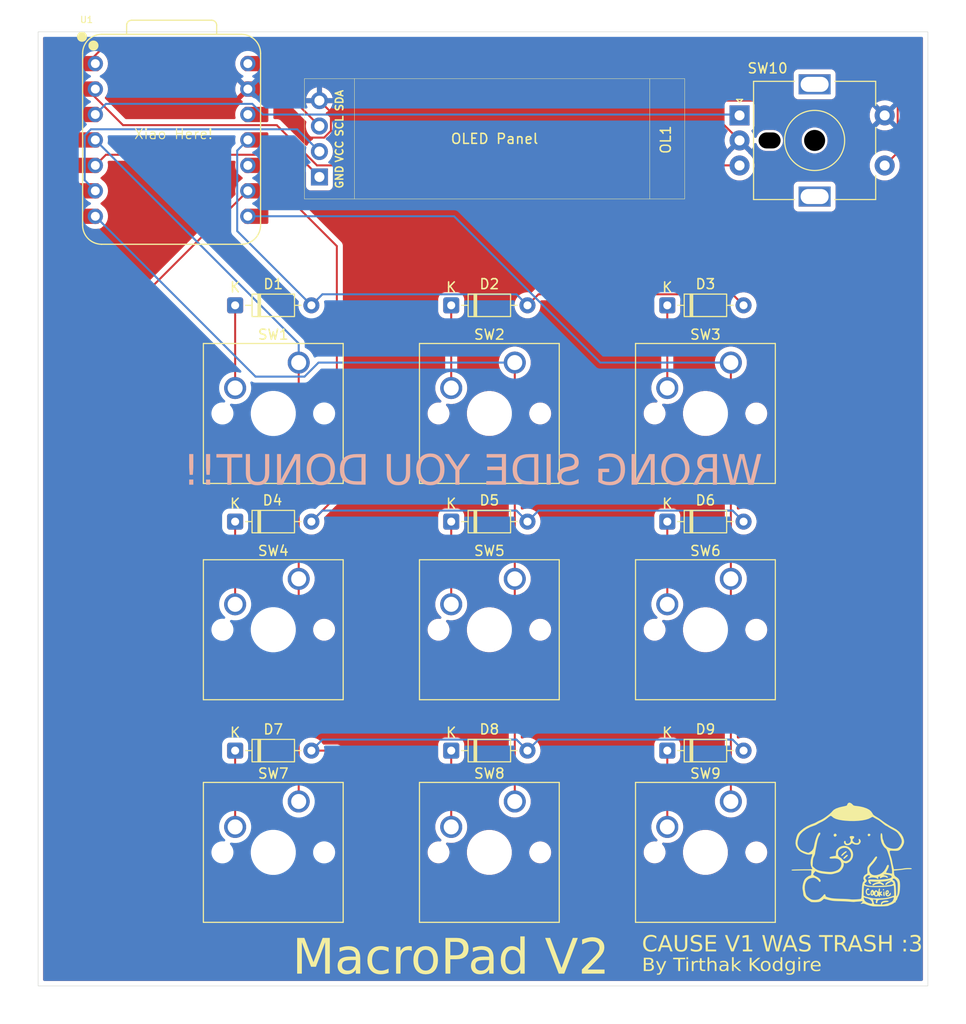
<source format=kicad_pcb>
(kicad_pcb (version 20241229) (generator "pcbnew") (generator_version "9.0")
  (layers (0 "F.Cu" signal) (2 "B.Cu" signal) (13 "F.Paste" user) (15 "B.Paste" user) (5 "F.SilkS" user "F.Silkscreen") (7 "B.SilkS" user "B.Silkscreen") (1 "F.Mask" user) (3 "B.Mask" user) (25 "Edge.Cuts" user))
  (net 0 "")
  (net 1 "Net-(D1-A)")
  (net 2 "Net-(D1-K)")
  (net 3 "Net-(D2-K)")
  (net 4 "Net-(D3-K)")
  (net 5 "Net-(D4-A)")
  (net 6 "Net-(D4-K)")
  (net 7 "Net-(D5-K)")
  (net 8 "Net-(D6-K)")
  (net 9 "Net-(D7-A)")
  (net 10 "Net-(D7-K)")
  (net 11 "Net-(D8-K)")
  (net 12 "Net-(D9-K)")
  (net 13 "+5V")
  (net 14 "GND")
  (net 15 "Net-(OL1-SCL)")
  (net 16 "Net-(OL1-SDA)")
  (net 17 "Net-(U1-GPIO29{slash}ADC3{slash}A3)")
  (net 18 "Net-(U1-GPIO0{slash}TX)")
  (net 19 "Net-(U1-GPIO1{slash}RX)")
  (net 20 "Net-(U1-GPIO27{slash}ADC1{slash}A1)")
  (net 21 "Net-(U1-GPIO26{slash}ADC0{slash}A0)")
  (net 22 "Net-(U1-GPIO28{slash}ADC2{slash}A2)")
  (footprint "Diode_THT:D_DO-35_SOD27_P7.62mm_Horizontal" (layer "F.Cu") (at 76.2 105.41)
    (property "Reference" "D7" (at 3.81 -2.12 0) (layer "F.SilkS"))
    (property "Value" "1N4148")
    (fp_text user "K" (at 0 -1.8 0) (layer "F.SilkS"))
    (pad "1" thru_hole roundrect (at 0 0) (size 1.6 1.6) (drill 0.8) (layers "*.Cu" "*.Mask") (roundrect_rratio 0.15625) (net 10 "Net-(D7-K)"))
    (pad "2" thru_hole circle (at 7.62 0) (size 1.6 1.6) (drill 0.8) (layers "*.Cu" "*.Mask") (net 9 "Net-(D7-A)"))
  )
  (footprint "Diode_THT:D_DO-35_SOD27_P7.62mm_Horizontal" (layer "F.Cu") (at 97.79 82.55)
    (property "Reference" "D5" (at 3.81 -2.12 0) (layer "F.SilkS"))
    (property "Value" "1N4148")
    (fp_text user "K" (at 0 -1.8 0) (layer "F.SilkS"))
    (pad "1" thru_hole roundrect (at 0 0) (size 1.6 1.6) (drill 0.8) (layers "*.Cu" "*.Mask") (roundrect_rratio 0.15625) (net 7 "Net-(D5-K)"))
    (pad "2" thru_hole circle (at 7.62 0) (size 1.6 1.6) (drill 0.8) (layers "*.Cu" "*.Mask") (net 5 "Net-(D4-A)"))
  )
  (footprint "Diode_THT:D_DO-35_SOD27_P7.62mm_Horizontal" (layer "F.Cu") (at 97.79 105.41)
    (property "Reference" "D8" (at 3.81 -2.12 0) (layer "F.SilkS"))
    (property "Value" "1N4148")
    (fp_text user "K" (at 0 -1.8 0) (layer "F.SilkS"))
    (pad "1" thru_hole roundrect (at 0 0) (size 1.6 1.6) (drill 0.8) (layers "*.Cu" "*.Mask") (roundrect_rratio 0.15625) (net 11 "Net-(D8-K)"))
    (pad "2" thru_hole circle (at 7.62 0) (size 1.6 1.6) (drill 0.8) (layers "*.Cu" "*.Mask") (net 9 "Net-(D7-A)"))
  )
  (footprint "IDK TOO:XIAO-RP2040-DIP" (layer "F.Cu") (at 69.85 44.45)
    (property "Reference" "U1" (at -8.5 -12 0) (layer "F.SilkS") (effects (font (size 0.635 0.635) (thickness 0.1016))))
    (property "Value" "XIAO-RP2040-DIP")
    (pad "1" smd roundrect (at -8.455 -7.62 180) (size 2.432 1.524) (layers "F.Cu" "F.Mask") (roundrect_rratio 0.1) (net 21 "Net-(U1-GPIO26{slash}ADC0{slash}A0)"))
    (pad "1" thru_hole circle (at -7.62 -7.62 180) (size 1.524 1.524) (drill 0.889) (layers "*.Cu" "*.Mask") (net 21 "Net-(U1-GPIO26{slash}ADC0{slash}A0)"))
    (pad "2" smd roundrect (at -8.455 -5.08 180) (size 2.432 1.524) (layers "F.Cu" "F.Mask") (roundrect_rratio 0.1) (net 20 "Net-(U1-GPIO27{slash}ADC1{slash}A1)"))
    (pad "2" thru_hole circle (at -7.62 -5.08 180) (size 1.524 1.524) (drill 0.889) (layers "*.Cu" "*.Mask") (net 20 "Net-(U1-GPIO27{slash}ADC1{slash}A1)"))
    (pad "3" smd roundrect (at -8.455 -2.54 180) (size 2.432 1.524) (layers "F.Cu" "F.Mask") (roundrect_rratio 0.1) (net 22 "Net-(U1-GPIO28{slash}ADC2{slash}A2)"))
    (pad "3" thru_hole circle (at -7.62 -2.54 180) (size 1.524 1.524) (drill 0.889) (layers "*.Cu" "*.Mask") (net 22 "Net-(U1-GPIO28{slash}ADC2{slash}A2)"))
    (pad "4" smd roundrect (at -8.455 0 180) (size 2.432 1.524) (layers "F.Cu" "F.Mask") (roundrect_rratio 0.1) (net 17 "Net-(U1-GPIO29{slash}ADC3{slash}A3)"))
    (pad "4" thru_hole circle (at -7.62 0 180) (size 1.524 1.524) (drill 0.889) (layers "*.Cu" "*.Mask") (net 17 "Net-(U1-GPIO29{slash}ADC3{slash}A3)"))
    (pad "5" smd roundrect (at -8.455 2.54 180) (size 2.432 1.524) (layers "F.Cu" "F.Mask") (roundrect_rratio 0.1) (net 16 "Net-(OL1-SDA)"))
    (pad "5" thru_hole circle (at -7.62 2.54 180) (size 1.524 1.524) (drill 0.889) (layers "*.Cu" "*.Mask") (net 16 "Net-(OL1-SDA)"))
    (pad "6" smd roundrect (at -8.455 5.08 180) (size 2.432 1.524) (layers "F.Cu" "F.Mask") (roundrect_rratio 0.1) (net 15 "Net-(OL1-SCL)"))
    (pad "6" thru_hole circle (at -7.62 5.08 180) (size 1.524 1.524) (drill 0.889) (layers "*.Cu" "*.Mask") (net 15 "Net-(OL1-SCL)"))
    (pad "7" smd roundrect (at -8.455 7.62 180) (size 2.432 1.524) (layers "F.Cu" "F.Mask") (roundrect_rratio 0.1) (net 18 "Net-(U1-GPIO0{slash}TX)"))
    (pad "7" thru_hole circle (at -7.62 7.62 180) (size 1.524 1.524) (drill 0.889) (layers "*.Cu" "*.Mask") (net 18 "Net-(U1-GPIO0{slash}TX)"))
    (pad "8" thru_hole circle (at 7.62 7.62) (size 1.524 1.524) (drill 0.889) (layers "*.Cu" "*.Mask") (net 19 "Net-(U1-GPIO1{slash}RX)"))
    (pad "8" smd roundrect (at 8.455 7.62) (size 2.432 1.524) (layers "F.Cu" "F.Mask") (roundrect_rratio 0.1) (net 19 "Net-(U1-GPIO1{slash}RX)"))
    (pad "9" thru_hole circle (at 7.62 5.08) (size 1.524 1.524) (drill 0.889) (layers "*.Cu" "*.Mask") (net 9 "Net-(D7-A)"))
    (pad "9" smd roundrect (at 8.455 5.08) (size 2.432 1.524) (layers "F.Cu" "F.Mask") (roundrect_rratio 0.1) (net 9 "Net-(D7-A)"))
    (pad "10" thru_hole circle (at 7.62 2.54) (size 1.524 1.524) (drill 0.889) (layers "*.Cu" "*.Mask") (net 5 "Net-(D4-A)"))
    (pad "10" smd roundrect (at 8.455 2.54) (size 2.432 1.524) (layers "F.Cu" "F.Mask") (roundrect_rratio 0.1) (net 5 "Net-(D4-A)"))
    (pad "11" thru_hole circle (at 7.62 0) (size 1.524 1.524) (drill 0.889) (layers "*.Cu" "*.Mask") (net 1 "Net-(D1-A)"))
    (pad "11" smd roundrect (at 8.455 0) (size 2.432 1.524) (layers "F.Cu" "F.Mask") (roundrect_rratio 0.1) (net 1 "Net-(D1-A)"))
    (pad "12" thru_hole circle (at 7.62 -2.54) (size 1.524 1.524) (drill 0.889) (layers "*.Cu" "*.Mask"))
    (pad "12" smd roundrect (at 8.455 -2.54) (size 2.432 1.524) (layers "F.Cu" "F.Mask") (roundrect_rratio 0.1))
    (pad "13" thru_hole circle (at 7.62 -5.08) (size 1.524 1.524) (drill 0.889) (layers "*.Cu" "*.Mask") (net 14 "GND"))
    (pad "13" smd roundrect (at 8.455 -5.08) (size 2.432 1.524) (layers "F.Cu" "F.Mask") (roundrect_rratio 0.1) (net 14 "GND"))
    (pad "14" thru_hole circle (at 7.62 -7.62) (size 1.524 1.524) (drill 0.889) (layers "*.Cu" "*.Mask") (net 13 "+5V"))
    (pad "14" smd roundrect (at 8.455 -7.62) (size 2.432 1.524) (layers "F.Cu" "F.Mask") (roundrect_rratio 0.1) (net 13 "+5V"))
  )
  (footprint "Diode_THT:D_DO-35_SOD27_P7.62mm_Horizontal" (layer "F.Cu") (at 119.38 82.55)
    (property "Reference" "D6" (at 3.81 -2.12 0) (layer "F.SilkS"))
    (property "Value" "1N4148")
    (fp_text user "K" (at 0 -1.8 0) (layer "F.SilkS"))
    (pad "1" thru_hole roundrect (at 0 0) (size 1.6 1.6) (drill 0.8) (layers "*.Cu" "*.Mask") (roundrect_rratio 0.15625) (net 8 "Net-(D6-K)"))
    (pad "2" thru_hole circle (at 7.62 0) (size 1.6 1.6) (drill 0.8) (layers "*.Cu" "*.Mask") (net 5 "Net-(D4-A)"))
  )
  (footprint "LOGO" (layer "F.Cu") (at 137.795 115.57)
    (property "Reference" "G***" (hide yes))
    (property "Value" "LOGO" (hide yes))
  )
  (footprint "Diode_THT:D_DO-35_SOD27_P7.62mm_Horizontal" (layer "F.Cu") (at 76.2 82.55)
    (property "Reference" "D4" (at 3.73 -2.12 0) (layer "F.SilkS"))
    (property "Value" "1N4148")
    (fp_text user "K" (at 0 -1.8 0) (layer "F.SilkS"))
    (pad "1" thru_hole roundrect (at 0 0) (size 1.6 1.6) (drill 0.8) (layers "*.Cu" "*.Mask") (roundrect_rratio 0.15625) (net 6 "Net-(D4-K)"))
    (pad "2" thru_hole circle (at 7.62 0) (size 1.6 1.6) (drill 0.8) (layers "*.Cu" "*.Mask") (net 5 "Net-(D4-A)"))
  )
  (footprint "Diode_THT:D_DO-35_SOD27_P7.62mm_Horizontal" (layer "F.Cu") (at 76.2 60.96)
    (property "Reference" "D1" (at 3.81 -2.12 0) (layer "F.SilkS"))
    (property "Value" "1N4148")
    (fp_text user "K" (at 0 -1.8 0) (layer "F.SilkS"))
    (pad "1" thru_hole roundrect (at 0 0) (size 1.6 1.6) (drill 0.8) (layers "*.Cu" "*.Mask") (roundrect_rratio 0.15625) (net 2 "Net-(D1-K)"))
    (pad "2" thru_hole circle (at 7.62 0) (size 1.6 1.6) (drill 0.8) (layers "*.Cu" "*.Mask") (net 1 "Net-(D1-A)"))
  )
  (footprint "Button_Switch_Keyboard:SW_Cherry_MX_1.00u_PCB" (layer "F.Cu") (at 104.14 66.675)
    (property "Reference" "SW2" (at -2.54 -2.794 0) (layer "F.SilkS"))
    (property "Value" "SW_Push")
    (pad "" np_thru_hole circle (at -7.62 5.08) (size 1.7 1.7) (drill 1.7) (layers "*.Cu" "*.Mask"))
    (pad "" np_thru_hole circle (at -2.54 5.08) (size 4 4) (drill 4) (layers "*.Cu" "*.Mask"))
    (pad "" np_thru_hole circle (at 2.54 5.08) (size 1.7 1.7) (drill 1.7) (layers "*.Cu" "*.Mask"))
    (pad "1" thru_hole circle (at 0 0) (size 2.2 2.2) (drill 1.5) (layers "*.Cu" "*.Mask") (net 18 "Net-(U1-GPIO0{slash}TX)"))
    (pad "2" thru_hole circle (at -6.35 2.54) (size 2.2 2.2) (drill 1.5) (layers "*.Cu" "*.Mask") (net 3 "Net-(D2-K)"))
  )
  (footprint "Button_Switch_Keyboard:SW_Cherry_MX_1.00u_PCB" (layer "F.Cu") (at 82.55 66.675)
    (property "Reference" "SW1" (at -2.54 -2.794 0) (layer "F.SilkS"))
    (property "Value" "SW_Push")
    (pad "" np_thru_hole circle (at -7.62 5.08) (size 1.7 1.7) (drill 1.7) (layers "*.Cu" "*.Mask"))
    (pad "" np_thru_hole circle (at -2.54 5.08) (size 4 4) (drill 4) (layers "*.Cu" "*.Mask"))
    (pad "" np_thru_hole circle (at 2.54 5.08) (size 1.7 1.7) (drill 1.7) (layers "*.Cu" "*.Mask"))
    (pad "1" thru_hole circle (at 0 0) (size 2.2 2.2) (drill 1.5) (layers "*.Cu" "*.Mask") (net 17 "Net-(U1-GPIO29{slash}ADC3{slash}A3)"))
    (pad "2" thru_hole circle (at -6.35 2.54) (size 2.2 2.2) (drill 1.5) (layers "*.Cu" "*.Mask") (net 2 "Net-(D1-K)"))
  )
  (footprint "Button_Switch_Keyboard:SW_Cherry_MX_1.00u_PCB" (layer "F.Cu") (at 82.55 110.49)
    (property "Reference" "SW7" (at -2.54 -2.794 0) (layer "F.SilkS"))
    (property "Value" "SW_Push")
    (pad "" np_thru_hole circle (at -7.62 5.08) (size 1.7 1.7) (drill 1.7) (layers "*.Cu" "*.Mask"))
    (pad "" np_thru_hole circle (at -2.54 5.08) (size 4 4) (drill 4) (layers "*.Cu" "*.Mask"))
    (pad "" np_thru_hole circle (at 2.54 5.08) (size 1.7 1.7) (drill 1.7) (layers "*.Cu" "*.Mask"))
    (pad "1" thru_hole circle (at 0 0) (size 2.2 2.2) (drill 1.5) (layers "*.Cu" "*.Mask") (net 17 "Net-(U1-GPIO29{slash}ADC3{slash}A3)"))
    (pad "2" thru_hole circle (at -6.35 2.54) (size 2.2 2.2) (drill 1.5) (layers "*.Cu" "*.Mask") (net 10 "Net-(D7-K)"))
  )
  (footprint "Rotary_Encoder:RotaryEncoder_Alps_EC11E-Switch_Vertical_H20mm_MountingHoles" (layer "F.Cu") (at 126.6 42)
    (property "Reference" "SW10" (at 2.8 -4.7 0) (layer "F.SilkS"))
    (property "Value" "RotaryEncoder_Switch")
    (pad "" np_thru_hole oval (at 3 2.5) (size 2.2 1.6) (drill oval 2.2 1.6) (layers "*.Mask"))
    (pad "" np_thru_hole circle (at 7.5 2.5) (size 2.1 2.1) (drill 2.1) (layers "*.Mask"))
    (pad "A" thru_hole rect (at 0 0) (size 2 2) (drill 1) (layers "*.Cu" "*.Mask") (net 22 "Net-(U1-GPIO28{slash}ADC2{slash}A2)"))
    (pad "B" thru_hole circle (at 0 5) (size 2 2) (drill 1) (layers "*.Cu" "*.Mask") (net 20 "Net-(U1-GPIO27{slash}ADC1{slash}A1)"))
    (pad "C" thru_hole circle (at 0 2.5) (size 2 2) (drill 1) (layers "*.Cu" "*.Mask") (net 14 "GND"))
    (pad "MP" thru_hole rect (at 7.5 -3.1) (size 3.2 2) (drill oval 2.8 1.5) (layers "*.Cu" "*.Mask"))
    (pad "MP" thru_hole rect (at 7.5 8.1) (size 3.2 2) (drill oval 2.8 1.5) (layers "*.Cu" "*.Mask"))
    (pad "S1" thru_hole circle (at 14.5 5) (size 2 2) (drill 1) (layers "*.Cu" "*.Mask") (net 21 "Net-(U1-GPIO26{slash}ADC0{slash}A0)"))
    (pad "S2" thru_hole circle (at 14.5 0) (size 2 2) (drill 1) (layers "*.Cu" "*.Mask") (net 14 "GND"))
  )
  (footprint "Button_Switch_Keyboard:SW_Cherry_MX_1.00u_PCB" (layer "F.Cu") (at 82.55 88.265)
    (property "Reference" "SW4" (at -2.54 -2.794 0) (layer "F.SilkS"))
    (property "Value" "SW_Push")
    (pad "" np_thru_hole circle (at -7.62 5.08) (size 1.7 1.7) (drill 1.7) (layers "*.Cu" "*.Mask"))
    (pad "" np_thru_hole circle (at -2.54 5.08) (size 4 4) (drill 4) (layers "*.Cu" "*.Mask"))
    (pad "" np_thru_hole circle (at 2.54 5.08) (size 1.7 1.7) (drill 1.7) (layers "*.Cu" "*.Mask"))
    (pad "1" thru_hole circle (at 0 0) (size 2.2 2.2) (drill 1.5) (layers "*.Cu" "*.Mask") (net 17 "Net-(U1-GPIO29{slash}ADC3{slash}A3)"))
    (pad "2" thru_hole circle (at -6.35 2.54) (size 2.2 2.2) (drill 1.5) (layers "*.Cu" "*.Mask") (net 6 "Net-(D4-K)"))
  )
  (footprint "Diode_THT:D_DO-35_SOD27_P7.62mm_Horizontal" (layer "F.Cu") (at 119.38 60.96)
    (property "Reference" "D3" (at 3.81 -2.12 0) (layer "F.SilkS"))
    (property "Value" "1N4148")
    (fp_text user "K" (at 0 -1.8 0) (layer "F.SilkS"))
    (pad "1" thru_hole roundrect (at 0 0) (size 1.6 1.6) (drill 0.8) (layers "*.Cu" "*.Mask") (roundrect_rratio 0.15625) (net 4 "Net-(D3-K)"))
    (pad "2" thru_hole circle (at 7.62 0) (size 1.6 1.6) (drill 0.8) (layers "*.Cu" "*.Mask") (net 1 "Net-(D1-A)"))
  )
  (footprint "Diode_THT:D_DO-35_SOD27_P7.62mm_Horizontal" (layer "F.Cu") (at 119.38 105.41)
    (property "Reference" "D9" (at 3.81 -2.12 0) (layer "F.SilkS"))
    (property "Value" "1N4148")
    (fp_text user "K" (at 0 -1.8 0) (layer "F.SilkS"))
    (pad "1" thru_hole roundrect (at 0 0) (size 1.6 1.6) (drill 0.8) (layers "*.Cu" "*.Mask") (roundrect_rratio 0.15625) (net 12 "Net-(D9-K)"))
    (pad "2" thru_hole circle (at 7.62 0) (size 1.6 1.6) (drill 0.8) (layers "*.Cu" "*.Mask") (net 9 "Net-(D7-A)"))
  )
  (footprint "Button_Switch_Keyboard:SW_Cherry_MX_1.00u_PCB" (layer "F.Cu") (at 104.14 88.265)
    (property "Reference" "SW5" (at -2.54 -2.794 0) (layer "F.SilkS"))
    (property "Value" "SW_Push")
    (pad "" np_thru_hole circle (at -7.62 5.08) (size 1.7 1.7) (drill 1.7) (layers "*.Cu" "*.Mask"))
    (pad "" np_thru_hole circle (at -2.54 5.08) (size 4 4) (drill 4) (layers "*.Cu" "*.Mask"))
    (pad "" np_thru_hole circle (at 2.54 5.08) (size 1.7 1.7) (drill 1.7) (layers "*.Cu" "*.Mask"))
    (pad "1" thru_hole circle (at 0 0) (size 2.2 2.2) (drill 1.5) (layers "*.Cu" "*.Mask") (net 18 "Net-(U1-GPIO0{slash}TX)"))
    (pad "2" thru_hole circle (at -6.35 2.54) (size 2.2 2.2) (drill 1.5) (layers "*.Cu" "*.Mask") (net 7 "Net-(D5-K)"))
  )
  (footprint "OLED SKIBIDI:SSD1306-0.91-OLED-4pin-128x32" (layer "F.Cu") (at 121.12 50.335 180)
    (property "Reference" "OL1" (at 1.9 5.91 90) (layer "F.SilkS"))
    (property "Value" "OLED")
    (fp_text user "SDA" (at 34.5 9.81 90) (layer "F.SilkS") (effects (font (size 0.75 0.75))))
    (fp_text user "GND" (at 34.5 2.19 90) (layer "F.SilkS") (effects (font (size 0.75 0.75))))
    (fp_text user "SCL" (at 34.5 7.27 90) (layer "F.SilkS") (effects (font (size 0.75 0.75))))
    (fp_text user "OLED Panel" (at 19 6 0) (layer "F.SilkS"))
    (fp_text user "VCC" (at 34.5 4.73 90) (layer "F.SilkS") (effects (font (size 0.75 0.75))))
    (pad "1" thru_hole rect (at 36.5 2.19 180) (size 1.7 1.7) (drill 1) (layers "*.Cu" "*.Mask") (net 16 "Net-(OL1-SDA)"))
    (pad "2" thru_hole oval (at 36.5 4.73 180) (size 1.7 1.7) (drill 1) (layers "*.Cu" "*.Mask") (net 15 "Net-(OL1-SCL)"))
    (pad "3" thru_hole oval (at 36.5 7.27 180) (size 1.7 1.7) (drill 1) (layers "*.Cu" "*.Mask") (net 13 "+5V"))
    (pad "4" thru_hole oval (at 36.5 9.81 180) (size 1.7 1.7) (drill 1) (layers "*.Cu" "*.Mask") (net 14 "GND"))
  )
  (footprint "Button_Switch_Keyboard:SW_Cherry_MX_1.00u_PCB" (layer "F.Cu") (at 125.73 88.265)
    (property "Reference" "SW6" (at -2.54 -2.794 0) (layer "F.SilkS"))
    (property "Value" "SW_Push")
    (pad "" np_thru_hole circle (at -7.62 5.08) (size 1.7 1.7) (drill 1.7) (layers "*.Cu" "*.Mask"))
    (pad "" np_thru_hole circle (at -2.54 5.08) (size 4 4) (drill 4) (layers "*.Cu" "*.Mask"))
    (pad "" np_thru_hole circle (at 2.54 5.08) (size 1.7 1.7) (drill 1.7) (layers "*.Cu" "*.Mask"))
    (pad "1" thru_hole circle (at 0 0) (size 2.2 2.2) (drill 1.5) (layers "*.Cu" "*.Mask") (net 19 "Net-(U1-GPIO1{slash}RX)"))
    (pad "2" thru_hole circle (at -6.35 2.54) (size 2.2 2.2) (drill 1.5) (layers "*.Cu" "*.Mask") (net 8 "Net-(D6-K)"))
  )
  (footprint "Button_Switch_Keyboard:SW_Cherry_MX_1.00u_PCB" (layer "F.Cu") (at 125.73 110.49)
    (property "Reference" "SW9" (at -2.54 -2.794 0) (layer "F.SilkS"))
    (property "Value" "SW_Push")
    (pad "" np_thru_hole circle (at -7.62 5.08) (size 1.7 1.7) (drill 1.7) (layers "*.Cu" "*.Mask"))
    (pad "" np_thru_hole circle (at -2.54 5.08) (size 4 4) (drill 4) (layers "*.Cu" "*.Mask"))
    (pad "" np_thru_hole circle (at 2.54 5.08) (size 1.7 1.7) (drill 1.7) (layers "*.Cu" "*.Mask"))
    (pad "1" thru_hole circle (at 0 0) (size 2.2 2.2) (drill 1.5) (layers "*.Cu" "*.Mask") (net 19 "Net-(U1-GPIO1{slash}RX)"))
    (pad "2" thru_hole circle (at -6.35 2.54) (size 2.2 2.2) (drill 1.5) (layers "*.Cu" "*.Mask") (net 12 "Net-(D9-K)"))
  )
  (footprint "Button_Switch_Keyboard:SW_Cherry_MX_1.00u_PCB" (layer "F.Cu") (at 104.14 110.49)
    (property "Reference" "SW8" (at -2.54 -2.794 0) (layer "F.SilkS"))
    (property "Value" "SW_Push")
    (pad "" np_thru_hole circle (at -7.62 5.08) (size 1.7 1.7) (drill 1.7) (layers "*.Cu" "*.Mask"))
    (pad "" np_thru_hole circle (at -2.54 5.08) (size 4 4) (drill 4) (layers "*.Cu" "*.Mask"))
    (pad "" np_thru_hole circle (at 2.54 5.08) (size 1.7 1.7) (drill 1.7) (layers "*.Cu" "*.Mask"))
    (pad "1" thru_hole circle (at 0 0) (size 2.2 2.2) (drill 1.5) (layers "*.Cu" "*.Mask") (net 18 "Net-(U1-GPIO0{slash}TX)"))
    (pad "2" thru_hole circle (at -6.35 2.54) (size 2.2 2.2) (drill 1.5) (layers "*.Cu" "*.Mask") (net 11 "Net-(D8-K)"))
  )
  (footprint "Button_Switch_Keyboard:SW_Cherry_MX_1.00u_PCB" (layer "F.Cu") (at 125.73 66.675)
    (property "Reference" "SW3" (at -2.54 -2.794 0) (layer "F.SilkS"))
    (property "Value" "SW_Push")
    (pad "" np_thru_hole circle (at -7.62 5.08) (size 1.7 1.7) (drill 1.7) (layers "*.Cu" "*.Mask"))
    (pad "" np_thru_hole circle (at -2.54 5.08) (size 4 4) (drill 4) (layers "*.Cu" "*.Mask"))
    (pad "" np_thru_hole circle (at 2.54 5.08) (size 1.7 1.7) (drill 1.7) (layers "*.Cu" "*.Mask"))
    (pad "1" thru_hole circle (at 0 0) (size 2.2 2.2) (drill 1.5) (layers "*.Cu" "*.Mask") (net 19 "Net-(U1-GPIO1{slash}RX)"))
    (pad "2" thru_hole circle (at -6.35 2.54) (size 2.2 2.2) (drill 1.5) (layers "*.Cu" "*.Mask") (net 4 "Net-(D3-K)"))
  )
  (footprint "Diode_THT:D_DO-35_SOD27_P7.62mm_Horizontal" (layer "F.Cu") (at 97.79 60.96)
    (property "Reference" "D2" (at 3.81 -2.12 0) (layer "F.SilkS"))
    (property "Value" "1N4148")
    (fp_text user "K" (at 0 -1.8 0) (layer "F.SilkS"))
    (pad "1" thru_hole roundrect (at 0 0) (size 1.6 1.6) (drill 0.8) (layers "*.Cu" "*.Mask") (roundrect_rratio 0.15625) (net 3 "Net-(D2-K)"))
    (pad "2" thru_hole circle (at 7.62 0) (size 1.6 1.6) (drill 0.8) (layers "*.Cu" "*.Mask") (net 1 "Net-(D1-A)"))
  )
  (gr_rect (start 56.515 33.655) (end 145.415 128.905) (stroke (width 0.05)) (fill no) (layer "Edge.Cuts"))
  (gr_text "Xiao Here!" (at 66.04 44.45 0) (layer "F.SilkS") (effects (font (size 1 1) (thickness 0.1)) (justify left bottom)))
  (gr_text "CAUSE V1 WAS TRASH :3" (at 116.84 125.73 0) (layer "F.SilkS") (effects (font (size 1.6 1.6) (thickness 0.2)) (justify left bottom)))
  (gr_text "By Tirthak Kodgire" (at 116.84 127.635 0) (layer "F.SilkS") (effects (font (size 1.3 1.4) (thickness 0.1)) (justify left bottom)))
  (gr_text "MacroPad V2" (at 81.915 128.27 0) (layer "F.SilkS") (effects (font (size 3.5 3.5) (thickness 0.1)) (justify left bottom)))
  (gr_text "WRONG SIDE YOU DONUT!!" (at 128.905 79.375 -0) (layer "B.SilkS") (effects (font (size 3 3) (thickness 0.1)) (justify left bottom mirror)))
  (segment (start 125.899 59.859) (end 127 60.96) (width 0.2) (layer "F.Cu") (net 1))
  (segment (start 106.511 59.859) (end 125.899 59.859) (width 0.2) (layer "F.Cu") (net 1))
  (segment (start 105.41 60.96) (end 106.511 59.859) (width 0.2) (layer "F.Cu") (net 1))
  (segment (start 83.82 60.96) (end 84.921 59.859) (width 0.2) (layer "B.Cu") (net 1))
  (segment (start 104.309 59.859) (end 105.41 60.96) (width 0.2) (layer "B.Cu") (net 1))
  (segment (start 76.407 53.547) (end 76.407 45.513) (width 0.2) (layer "B.Cu") (net 1))
  (segment (start 84.921 59.859) (end 104.309 59.859) (width 0.2) (layer "B.Cu") (net 1))
  (segment (start 76.407 45.513) (end 77.47 44.45) (width 0.2) (layer "B.Cu") (net 1))
  (segment (start 83.82 60.96) (end 76.407 53.547) (width 0.2) (layer "B.Cu") (net 1))
  (segment (start 76.2 60.96) (end 76.2 69.215) (width 0.2) (layer "F.Cu") (net 2))
  (segment (start 97.79 69.215) (end 97.79 60.96) (width 0.2) (layer "F.Cu") (net 3))
  (segment (start 119.38 69.215) (end 119.38 60.96) (width 0.2) (layer "F.Cu") (net 4))
  (segment (start 83.82 82.55) (end 86.36 80.01) (width 0.2) (layer "F.Cu") (net 5))
  (segment (start 86.36 55.045) (end 78.305 46.99) (width 0.2) (layer "F.Cu") (net 5))
  (segment (start 86.36 80.01) (end 86.36 55.045) (width 0.2) (layer "F.Cu") (net 5))
  (segment (start 83.82 82.55) (end 84.921 81.449) (width 0.2) (layer "B.Cu") (net 5))
  (segment (start 125.899 81.449) (end 127 82.55) (width 0.2) (layer "B.Cu") (net 5))
  (segment (start 104.309 81.449) (end 105.41 82.55) (width 0.2) (layer "B.Cu") (net 5))
  (segment (start 106.511 81.449) (end 125.899 81.449) (width 0.2) (layer "B.Cu") (net 5))
  (segment (start 105.41 82.55) (end 106.511 81.449) (width 0.2) (layer "B.Cu") (net 5))
  (segment (start 84.921 81.449) (end 104.309 81.449) (width 0.2) (layer "B.Cu") (net 5))
  (segment (start 76.2 82.55) (end 76.2 90.805) (width 0.2) (layer "F.Cu") (net 6))
  (segment (start 97.79 90.805) (end 97.79 82.55) (width 0.2) (layer "F.Cu") (net 7))
  (segment (start 119.38 90.805) (end 119.38 82.55) (width 0.2) (layer "F.Cu") (net 8))
  (segment (start 67.945 121.285) (end 67.945 59.055) (width 0.2) (layer "F.Cu") (net 9))
  (segment (start 83.82 105.41) (end 86.36 105.41) (width 0.2) (layer "F.Cu") (net 9))
  (segment (start 86.36 105.41) (end 88.9 107.95) (width 0.2) (layer "F.Cu") (net 9))
  (segment (start 88.9 122.555) (end 87.63 123.825) (width 0.2) (layer "F.Cu") (net 9))
  (segment (start 87.63 123.825) (end 70.485 123.825) (width 0.2) (layer "F.Cu") (net 9))
  (segment (start 88.9 107.95) (end 88.9 122.555) (width 0.2) (layer "F.Cu") (net 9))
  (segment (start 67.945 59.055) (end 77.47 49.53) (width 0.2) (layer "F.Cu") (net 9))
  (segment (start 70.485 123.825) (end 67.945 121.285) (width 0.2) (layer "F.Cu") (net 9))
  (segment (start 84.921 104.309) (end 104.309 104.309) (width 0.2) (layer "B.Cu") (net 9))
  (segment (start 106.511 104.309) (end 125.899 104.309) (width 0.2) (layer "B.Cu") (net 9))
  (segment (start 104.309 104.309) (end 105.41 105.41) (width 0.2) (layer "B.Cu") (net 9))
  (segment (start 125.899 104.309) (end 127 105.41) (width 0.2) (layer "B.Cu") (net 9))
  (segment (start 105.41 105.41) (end 106.511 104.309) (width 0.2) (layer "B.Cu") (net 9))
  (segment (start 83.82 105.41) (end 84.921 104.309) (width 0.2) (layer "B.Cu") (net 9))
  (segment (start 76.2 105.41) (end 76.2 113.03) (width 0.2) (layer "F.Cu") (net 10))
  (segment (start 97.79 113.03) (end 97.79 105.41) (width 0.2) (layer "F.Cu") (net 11))
  (segment (start 119.38 113.03) (end 119.38 105.41) (width 0.2) (layer "F.Cu") (net 12))
  (segment (start 78.385 36.83) (end 78.305 36.83) (width 0.2) (layer "F.Cu") (net 13))
  (segment (start 84.62 43.065) (end 78.385 36.83) (width 0.2) (layer "F.Cu") (net 13))
  (segment (start 83.151 44.216) (end 78.305 39.37) (width 0.2) (layer "F.Cu") (net 14))
  (segment (start 122.625 40.525) (end 84.62 40.525) (width 0.2) (layer "F.Cu") (net 14))
  (segment (start 85.771 43.54176) (end 85.09676 44.216) (width 0.2) (layer "F.Cu") (net 14))
  (segment (start 126.6 44.5) (end 122.625 40.525) (width 0.2) (layer "F.Cu") (net 14))
  (segment (start 139.625 40.525) (end 122.625 40.525) (width 0.2) (layer "F.Cu") (net 14))
  (segment (start 85.771 41.676) (end 85.771 43.54176) (width 0.2) (layer "F.Cu") (net 14))
  (segment (start 141.1 42) (end 139.625 40.525) (width 0.2) (layer "F.Cu") (net 14))
  (segment (start 85.09676 44.216) (end 83.151 44.216) (width 0.2) (layer "F.Cu") (net 14))
  (segment (start 84.62 40.525) (end 85.771 41.676) (width 0.2) (layer "F.Cu") (net 14))
  (segment (start 61.167 48.467) (end 62.23 49.53) (width 0.2) (layer "B.Cu") (net 15))
  (segment (start 61.167 44.00969) (end 61.167 48.467) (width 0.2) (layer "B.Cu") (net 15))
  (segment (start 82.402 43.387) (end 61.78969 43.387) (width 0.2) (layer "B.Cu") (net 15))
  (segment (start 61.78969 43.387) (end 61.167 44.00969) (width 0.2) (layer "B.Cu") (net 15))
  (segment (start 84.62 45.605) (end 82.402 43.387) (width 0.2) (layer "B.Cu") (net 15))
  (segment (start 82.402 45.927) (end 63.293 45.927) (width 0.2) (layer "F.Cu") (net 16))
  (segment (start 84.62 48.145) (end 82.402 45.927) (width 0.2) (layer "F.Cu") (net 16))
  (segment (start 63.293 45.927) (end 62.23 46.99) (width 0.2) (layer "F.Cu") (net 16))
  (segment (start 82.55 110.49) (end 82.55 88.265) (width 0.2) (layer "F.Cu") (net 17))
  (segment (start 82.55 88.265) (end 82.55 66.675) (width 0.2) (layer "F.Cu") (net 17))
  (segment (start 82.55 66.675) (end 82.55 64.77) (width 0.2) (layer "B.Cu") (net 17))
  (segment (start 82.55 64.77) (end 62.23 44.45) (width 0.2) (layer "B.Cu") (net 17))
  (segment (start 104.14 88.265) (end 104.14 110.49) (width 0.2) (layer "F.Cu") (net 18))
  (segment (start 104.14 66.675) (end 104.14 88.265) (width 0.2) (layer "F.Cu") (net 18))
  (segment (start 104.14 66.675) (end 84.531314 66.675) (width 0.2) (layer "B.Cu") (net 18))
  (segment (start 83.130314 68.076) (end 78.236 68.076) (width 0.2) (layer "B.Cu") (net 18))
  (segment (start 84.531314 66.675) (end 83.130314 68.076) (width 0.2) (layer "B.Cu") (net 18))
  (segment (start 78.236 68.076) (end 62.23 52.07) (width 0.2) (layer "B.Cu") (net 18))
  (segment (start 125.73 110.49) (end 125.73 88.265) (width 0.2) (layer "F.Cu") (net 19))
  (segment (start 125.73 88.265) (end 125.73 66.675) (width 0.2) (layer "F.Cu") (net 19))
  (segment (start 98.07705 52.07) (end 77.47 52.07) (width 0.2) (layer "B.Cu") (net 19))
  (segment (start 112.68205 66.675) (end 98.07705 52.07) (width 0.2) (layer "B.Cu") (net 19))
  (segment (start 125.73 66.675) (end 112.68205 66.675) (width 0.2) (layer "B.Cu") (net 19))
  (segment (start 84.37724 46.99) (end 80.36024 42.973) (width 0.2) (layer "F.Cu") (net 20))
  (segment (start 126.6 47) (end 126.59 46.99) (width 0.2) (layer "F.Cu") (net 20))
  (segment (start 80.36024 42.973) (end 64.998 42.973) (width 0.2) (layer "F.Cu") (net 20))
  (segment (start 64.998 42.973) (end 61.395 39.37) (width 0.2) (layer "F.Cu") (net 20))
  (segment (start 126.59 46.99) (end 84.37724 46.99) (width 0.2) (layer "F.Cu") (net 20))
  (segment (start 136.525 34.925) (end 63.3 34.925) (width 0.2) (layer "F.Cu") (net 21))
  (segment (start 142.401 45.699) (end 142.401 40.801) (width 0.2) (layer "F.Cu") (net 21))
  (segment (start 142.401 40.801) (end 136.525 34.925) (width 0.2) (layer "F.Cu") (net 21))
  (segment (start 141.1 47) (end 142.401 45.699) (width 0.2) (layer "F.Cu") (net 21))
  (segment (start 63.3 34.925) (end 61.395 36.83) (width 0.2) (layer "F.Cu") (net 21))
  (segment (start 78.97731 41.914) (end 77.91031 40.847) (width 0.2) (layer "B.Cu") (net 22))
  (segment (start 126.6 42) (end 126.514 41.914) (width 0.2) (layer "B.Cu") (net 22))
  (segment (start 77.91031 40.847) (end 63.293 40.847) (width 0.2) (layer "B.Cu") (net 22))
  (segment (start 126.514 41.914) (end 78.97731 41.914) (width 0.2) (layer "B.Cu") (net 22))
  (segment (start 63.293 40.847) (end 62.23 41.91) (width 0.2) (layer "B.Cu") (net 22))
  (zone (net 14) (net_name "GND") (layers "F.Cu" "B.Cu") (connect_pads (clearance 0.5)) (min_thickness 0.25) (fill yes (thermal_gap 0.5) (thermal_bridge_width 0.5))
    (polygon (pts (xy 52.705 30.48) (xy 149.225 30.48) (xy 147.955 132.715) (xy 52.705 132.08)))
  )
)
</source>
